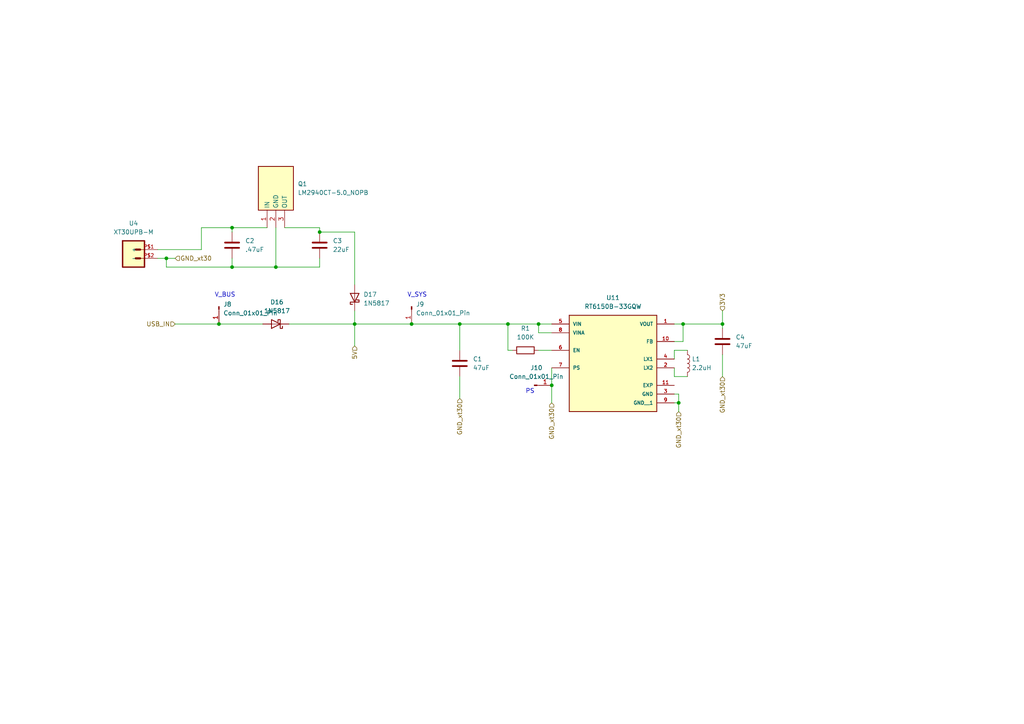
<source format=kicad_sch>
(kicad_sch (version 20230121) (generator eeschema)
  (paper "A4")
  (lib_symbols
    (symbol "Connector:Conn_01x01_Pin" (pin_names (offset 1.016) hide)
      (property "Reference" "J" (at 0 2.54 0))
      (property "Value" "Conn_01x01_Pin" (at 0 -2.54 0))
      (symbol "Conn_01x01_Pin_1_1"
        (polyline (pts (xy 1.27 0) (xy 0.8636 0)) (stroke (width 0.1524)))
        (rectangle (start 0.8636 0.127) (end 0 -0.127) (stroke (width 0.1524)) (fill (type outline)))
        (pin passive line (at 5.08 0 180) (length 3.81) (name "Pin_1") (number "1"))
      )
    )
    (symbol "Device:C" (pin_numbers hide) (pin_names (offset 0.254))
      (property "Reference" "C" (at 0.635 2.54 0))
      (property "Value" "C" (at 0.635 -2.54 0))
      (symbol "C_0_1"
        (polyline (pts (xy -2.032 -0.762) (xy 2.032 -0.762)) (stroke (width 0.508)))
        (polyline (pts (xy -2.032 0.762) (xy 2.032 0.762)) (stroke (width 0.508)))
      )
      (symbol "C_1_1"
        (pin passive line (at 0 3.81 270) (length 2.794) (name "~") (number "1"))
        (pin passive line (at 0 -3.81 90) (length 2.794) (name "~") (number "2"))
      )
    )
    (symbol "Device:L" (pin_numbers hide) (pin_names (offset 1.016) hide)
      (property "Reference" "L" (at -1.27 0 90))
      (property "Value" "L" (at 1.905 0 90))
      (symbol "L_0_1"
        (arc (start 0 -2.54) (mid 0.6323 -1.905) (end 0 -1.27))
        (arc (start 0 -1.27) (mid 0.6323 -0.635) (end 0 0))
        (arc (start 0 0) (mid 0.6323 0.635) (end 0 1.27))
        (arc (start 0 1.27) (mid 0.6323 1.905) (end 0 2.54))
      )
      (symbol "L_1_1"
        (pin passive line (at 0 3.81 270) (length 1.27) (name "1") (number "1"))
        (pin passive line (at 0 -3.81 90) (length 1.27) (name "2") (number "2"))
      )
    )
    (symbol "Device:R" (pin_numbers hide) (pin_names (offset 0))
      (property "Reference" "R" (at 2.032 0 90))
      (property "Value" "R" (at 0 0 90))
      (symbol "R_0_1"
        (rectangle (start -1.016 -2.54) (end 1.016 2.54) (stroke (width 0.254)))
      )
      (symbol "R_1_1"
        (pin passive line (at 0 3.81 270) (length 1.27) (name "~") (number "1"))
        (pin passive line (at 0 -3.81 90) (length 1.27) (name "~") (number "2"))
      )
    )
    (symbol "Diode:1N5817" (pin_numbers hide) (pin_names (offset 1.016) hide)
      (property "Reference" "D" (at 0 2.54 0))
      (property "Value" "1N5817" (at 0 -2.54 0))
      (symbol "1N5817_0_1"
        (polyline (pts (xy 1.27 0) (xy -1.27 0)))
        (polyline (pts (xy 1.27 1.27) (xy 1.27 -1.27) (xy -1.27 0) (xy 1.27 1.27)) (stroke (width 0.254)))
        (polyline (pts (xy -1.905 0.635) (xy -1.905 1.27) (xy -1.27 1.27) (xy -1.27 -1.27) (xy -0.635 -1.27) (xy -0.635 -0.635)) (stroke (width 0.254)))
      )
      (symbol "1N5817_1_1"
        (pin passive line (at -3.81 0 0) (length 2.54) (name "K") (number "1"))
        (pin passive line (at 3.81 0 180) (length 2.54) (name "A") (number "2"))
      )
    )
    (symbol "LM2940CT-5.0/NOPB:LM2940CT-5.0_NOPB"
      (property "Reference" "Q" (at 19.05 7.62 0))
      (property "Value" "LM2940CT-5.0_NOPB" (at 19.05 5.08 0))
      (symbol "LM2940CT-5.0_NOPB_1_1"
        (rectangle (start 5.08 2.54) (end 17.78 -7.62) (stroke (width 0.254)) (fill (type background)))
        (pin passive line (at 0 0 0) (length 5.08) (name "IN") (number "1"))
        (pin passive line (at 0 -2.54 0) (length 5.08) (name "GND") (number "2"))
        (pin passive line (at 0 -5.08 0) (length 5.08) (name "OUT") (number "3"))
      )
    )
    (symbol "RT6150B:RT6150B-33GQW" (pin_names (offset 1.016))
      (property "Reference" "U" (at -12.7 13.208 0))
      (property "Value" "RT6150B-33GQW" (at -12.7 -17.78 0))
      (symbol "RT6150B-33GQW_0_0"
        (rectangle (start -12.7 -15.24) (end 12.7 12.7) (stroke (width 0.254)) (fill (type background)))
        (pin output line (at 17.78 10.16 180) (length 5.08) (name "VOUT") (number "1"))
        (pin input line (at 17.78 5.08 180) (length 5.08) (name "FB") (number "10"))
        (pin power_in line (at 17.78 -7.62 180) (length 5.08) (name "EXP") (number "11"))
        (pin passive line (at 17.78 -2.54 180) (length 5.08) (name "LX2") (number "2"))
        (pin power_in line (at 17.78 -10.16 180) (length 5.08) (name "GND") (number "3"))
        (pin passive line (at 17.78 0 180) (length 5.08) (name "LX1") (number "4"))
        (pin input line (at -17.78 10.16 0) (length 5.08) (name "VIN") (number "5"))
        (pin input line (at -17.78 2.54 0) (length 5.08) (name "EN") (number "6"))
        (pin input line (at -17.78 -2.54 0) (length 5.08) (name "PS") (number "7"))
        (pin input line (at -17.78 7.62 0) (length 5.08) (name "VINA") (number "8"))
        (pin power_in line (at 17.78 -12.7 180) (length 5.08) (name "GND__1") (number "9"))
      )
    )
    (symbol "XT30:XT30UPB-M" (pin_names (offset 1.016))
      (property "Reference" "U" (at -2.54 5.588 0))
      (property "Value" "XT30UPB-M" (at -2.54 -4.826 0))
      (symbol "XT30UPB-M_0_0"
        (rectangle (start -2.54 -2.54) (end 3.81 5.08) (stroke (width 0.4064)) (fill (type background)))
        (polyline (pts (xy 1.27 0) (xy 2.54 0)) (stroke (width 0.6096)))
        (polyline (pts (xy 1.27 2.54) (xy 2.54 2.54)) (stroke (width 0.6096)))
        (pin passive line (at 7.62 2.54 180) (length 5.08) (name "+") (number "P$1"))
        (pin passive line (at 7.62 0 180) (length 5.08) (name "-") (number "P$2"))
      )
    )
  )
  (junction (at 92.71 67.31))
  (junction (at 156.21 93.98))
  (junction (at 80.01 77.47))
  (junction (at 102.87 93.98))
  (junction (at 119.38 93.98))
  (junction (at 67.31 77.47))
  (junction (at 198.12 93.98))
  (junction (at 63.5 93.98))
  (junction (at 196.85 116.84))
  (junction (at 147.32 93.98))
  (junction (at 48.26 74.93))
  (junction (at 67.31 66.04))
  (junction (at 133.35 93.98))
  (junction (at 160.02 111.76))
  (junction (at 209.55 93.98))
  (wire (pts (xy 209.55 102.87) (xy 209.55 109.22)))
  (wire (pts (xy 92.71 74.93) (xy 92.71 77.47)))
  (wire (pts (xy 160.02 106.68) (xy 160.02 111.76)))
  (wire (pts (xy 195.58 114.3) (xy 196.85 114.3)))
  (wire (pts (xy 148.59 101.6) (xy 147.32 101.6)))
  (wire (pts (xy 156.21 101.6) (xy 160.02 101.6)))
  (wire (pts (xy 48.26 77.47) (xy 48.26 74.93)))
  (wire (pts (xy 195.58 106.68) (xy 195.58 109.22)))
  (wire (pts (xy 80.01 66.04) (xy 80.01 77.47)))
  (wire (pts (xy 198.12 93.98) (xy 198.12 99.06)))
  (wire (pts (xy 196.85 116.84) (xy 196.85 119.38)))
  (wire (pts (xy 195.58 101.6) (xy 199.39 101.6)))
  (wire (pts (xy 102.87 90.17) (xy 102.87 93.98)))
  (wire (pts (xy 209.55 95.25) (xy 209.55 93.98)))
  (wire (pts (xy 92.71 67.31) (xy 102.87 67.31)))
  (wire (pts (xy 195.58 116.84) (xy 196.85 116.84)))
  (wire (pts (xy 119.38 93.98) (xy 133.35 93.98)))
  (wire (pts (xy 63.5 93.98) (xy 76.2 93.98)))
  (wire (pts (xy 196.85 114.3) (xy 196.85 116.84)))
  (wire (pts (xy 133.35 93.98) (xy 133.35 101.6)))
  (wire (pts (xy 147.32 93.98) (xy 156.21 93.98)))
  (wire (pts (xy 45.72 74.93) (xy 48.26 74.93)))
  (wire (pts (xy 58.42 66.04) (xy 67.31 66.04)))
  (wire (pts (xy 67.31 74.93) (xy 67.31 77.47)))
  (wire (pts (xy 160.02 111.76) (xy 160.02 116.84)))
  (wire (pts (xy 198.12 99.06) (xy 195.58 99.06)))
  (wire (pts (xy 102.87 93.98) (xy 102.87 100.33)))
  (wire (pts (xy 80.01 77.47) (xy 92.71 77.47)))
  (wire (pts (xy 133.35 93.98) (xy 147.32 93.98)))
  (wire (pts (xy 92.71 66.04) (xy 92.71 67.31)))
  (wire (pts (xy 160.02 96.52) (xy 156.21 96.52)))
  (wire (pts (xy 198.12 93.98) (xy 209.55 93.98)))
  (wire (pts (xy 67.31 66.04) (xy 67.31 67.31)))
  (wire (pts (xy 195.58 104.14) (xy 195.58 101.6)))
  (wire (pts (xy 48.26 74.93) (xy 50.8 74.93)))
  (wire (pts (xy 156.21 96.52) (xy 156.21 93.98)))
  (wire (pts (xy 147.32 101.6) (xy 147.32 93.98)))
  (wire (pts (xy 48.26 77.47) (xy 67.31 77.47)))
  (wire (pts (xy 67.31 77.47) (xy 80.01 77.47)))
  (wire (pts (xy 45.72 72.39) (xy 58.42 72.39)))
  (wire (pts (xy 102.87 67.31) (xy 102.87 82.55)))
  (wire (pts (xy 77.47 66.04) (xy 67.31 66.04)))
  (wire (pts (xy 209.55 90.17) (xy 209.55 93.98)))
  (wire (pts (xy 195.58 93.98) (xy 198.12 93.98)))
  (wire (pts (xy 102.87 93.98) (xy 83.82 93.98)))
  (wire (pts (xy 82.55 66.04) (xy 92.71 66.04)))
  (wire (pts (xy 50.8 93.98) (xy 63.5 93.98)))
  (wire (pts (xy 119.38 93.98) (xy 102.87 93.98)))
  (wire (pts (xy 58.42 72.39) (xy 58.42 66.04)))
  (wire (pts (xy 133.35 109.22) (xy 133.35 115.57)))
  (wire (pts (xy 156.21 93.98) (xy 160.02 93.98)))
  (wire (pts (xy 195.58 109.22) (xy 199.39 109.22)))
  (text "V_BUS" (at 62.23 86.36 0) (effects (font (size 1.27 1.27)) (justify left bottom)))
  (text "PS" (at 152.4 114.3 0) (effects (font (size 1.27 1.27)) (justify left bottom)))
  (text "V_SYS" (at 118.11 86.36 0) (effects (font (size 1.27 1.27)) (justify left bottom)))
  (hierarchical_label "GND_xt30" (shape input) (at 160.02 116.84 270))
  (hierarchical_label "USB_IN" (shape input) (at 50.8 93.98 180))
  (hierarchical_label "GND_xt30" (shape input) (at 133.35 115.57 270))
  (hierarchical_label "GND_xt30" (shape input) (at 50.8 74.93 0))
  (hierarchical_label "3V3" (shape input) (at 209.55 90.17 90))
  (hierarchical_label "5V" (shape input) (at 102.87 100.33 270))
  (hierarchical_label "GND_xt30" (shape input) (at 196.85 119.38 270))
  (hierarchical_label "GND_xt30" (shape input) (at 209.55 109.22 270))
  (symbol (lib_id "Diode:1N5817") (at 80.01 93.98 180) (unit 1)
    (property "Reference" "D16" (at 80.3275 87.63 0))
    (property "Value" "1N5817" (at 80.3275 90.17 0))
    (property "Footprint" "Diode_THT:D_DO-41_SOD81_P10.16mm_Horizontal" (effects hide))
    (property "Datasheet" "http://www.vishay.com/docs/88525/1n5817.pdf" (effects hide))
  )
  (symbol (lib_id "Connector:Conn_01x01_Pin") (at 119.38 88.9 270) (unit 1)
    (property "Reference" "J9" (at 120.65 88.265 90) (effects (justify left)))
    (property "Value" "Conn_01x01_Pin" (at 120.65 90.805 90) (effects (justify left)))
  )
  (symbol (lib_id "Device:L") (at 199.39 105.41 0) (unit 1)
    (property "Reference" "L1" (at 200.66 104.14 0) (effects (justify left)))
    (property "Value" "2.2uH" (at 200.66 106.68 0) (effects (justify left)))
  )
  (symbol (lib_id "Device:C") (at 92.71 71.12 0) (unit 1)
    (property "Reference" "C3" (at 96.52 69.85 0) (effects (justify left)))
    (property "Value" "22uF" (at 96.52 72.39 0) (effects (justify left)))
    (property "Footprint" "Capacitor_THT:CP_Radial_D5.0mm_P2.50mm" (effects hide))
    (instances (project "ROSE-PILK_v1" (path "" (reference "C3") (unit 1))) (project "power" (path "" (reference "C2") (unit 1)) (path "" (reference "C6") (unit 1))))
  )
  (symbol (lib_id "Device:C") (at 209.55 99.06 0) (unit 1)
    (property "Reference" "C4" (at 213.36 97.79 0) (effects (justify left)))
    (property "Value" "47uF" (at 213.36 100.33 0) (effects (justify left)))
  )
  (symbol (lib_id "Device:C") (at 67.31 71.12 0) (unit 1)
    (property "Reference" "C2" (at 71.12 69.85 0) (effects (justify left)))
    (property "Value" ".47uF" (at 71.12 72.39 0) (effects (justify left)))
    (property "Footprint" "Capacitor_THT:CP_Radial_D5.0mm_P2.50mm" (effects hide))
    (instances (project "ROSE-PILK_v1" (path "" (reference "C2") (unit 1))) (project "power" (path "" (reference "C1") (unit 1)) (path "" (reference "C5") (unit 1))))
  )
  (symbol (lib_id "LM2940CT-5.0/NOPB:LM2940CT-5.0_NOPB") (at 77.47 66.04 90) (unit 1)
    (property "Reference" "Q1" (at 86.36 53.34 90) (effects (justify right)))
    (property "Value" "LM2940CT-5.0_NOPB" (at 86.36 55.88 90) (effects (justify right)))
    (property "Footprint" "LM2940CT-5.0:TO254P1054X470X1955-3" (effects hide))
    (property "Datasheet" "http://www.ti.com/lit/ds/symlink/lm2940c.pdf" (effects hide))
    (property "Height" "4.7" (effects hide))
    (property "Mouser Part Number" "926-LM2940CT-5.0NOPB" (effects hide))
    (property "Mouser Price/Stock" "https://www.mouser.co.uk/ProductDetail/Texas-Instruments/LM2940CT-5.0-NOPB?qs=X1J7HmVL2ZHd4yipOGCVKg%3D%3D" (effects hide))
    (property "Manufacturer_Name" "Texas Instruments" (effects hide))
    (property "Manufacturer_Part_Number" "LM2940CT-5.0/NOPB" (effects hide))
    (instances (project "ROSE-PILK_v1" (path "" (reference "Q1") (unit 1))) (project "power" (path "" (reference "Q1") (unit 1)) (path "" (reference "Q2") (unit 1))))
  )
  (symbol (lib_id "Diode:1N5817") (at 102.87 86.36 90) (unit 1)
    (property "Reference" "D17" (at 105.41 85.4075 90) (effects (justify right)))
    (property "Value" "1N5817" (at 105.41 87.9475 90) (effects (justify right)))
    (property "Footprint" "Diode_THT:D_DO-41_SOD81_P10.16mm_Horizontal" (effects hide))
    (property "Datasheet" "http://www.vishay.com/docs/88525/1n5817.pdf" (effects hide))
  )
  (symbol (lib_id "Connector:Conn_01x01_Pin") (at 63.5 88.9 270) (unit 1)
    (property "Reference" "J8" (at 64.77 88.265 90) (effects (justify left)))
    (property "Value" "Conn_01x01_Pin" (at 64.77 90.805 90) (effects (justify left)))
  )
  (symbol (lib_id "Device:C") (at 133.35 105.41 0) (unit 1)
    (property "Reference" "C1" (at 137.16 104.14 0) (effects (justify left)))
    (property "Value" "47uF" (at 137.16 106.68 0) (effects (justify left)))
  )
  (symbol (lib_id "Device:R") (at 152.4 101.6 90) (unit 1)
    (property "Reference" "R1" (at 152.4 95.25 90))
    (property "Value" "100K" (at 152.4 97.79 90))
  )
  (symbol (lib_id "Connector:Conn_01x01_Pin") (at 154.94 111.76 0) (unit 1)
    (property "Reference" "J10" (at 155.575 106.68 0))
    (property "Value" "Conn_01x01_Pin" (at 155.575 109.22 0))
  )
  (symbol (lib_id "XT30:XT30UPB-M") (at 38.1 74.93 0) (unit 1)
    (property "Reference" "U4" (at 38.735 64.77 0))
    (property "Value" "XT30UPB-M" (at 38.735 67.31 0))
    (property "Footprint" "XT30UPB-M:XT30UPB-M" (effects hide))
    (property "MF" "amass" (effects hide))
    (property "Description" "\nSocket; DC supply; XT30; male; PIN: 2; on PCBs; THT; yellow; 15A; 500V\n" (effects hide))
    (property "Package" "None" (effects hide))
    (property "Price" "None" (effects hide))
    (property "SnapEDA_Link" "https://www.snapeda.com/parts/XT30UPB-M/AMASS/view-part/?ref=snap" (effects hide))
    (property "MP" "XT30UPB-M" (effects hide))
    (property "Availability" "Not in stock" (effects hide))
    (property "Check_prices" "https://www.snapeda.com/parts/XT30UPB-M/AMASS/view-part/?ref=eda" (effects hide))
  )
  (symbol (lib_id "RT6150B:RT6150B-33GQW") (at 177.8 104.14 0) (unit 1)
    (property "Reference" "U11" (at 177.8 86.36 0))
    (property "Value" "RT6150B-33GQW" (at 177.8 88.9 0))
    (property "Footprint" "RT6150B-33GQW:SON50P250X250X80-11N" (effects hide))
    (property "PARTREV" "July 2018" (effects hide))
    (property "STANDARD" "Manufacturer Recommendations" (effects hide))
    (property "SNAPEDA_PACKAGE_ID" "19032" (effects hide))
    (property "MAXIMUM_PACKAGE_HEIGHT" "0.8 mm" (effects hide))
    (property "MANUFACTURER" "Richtek USA Inc." (effects hide))
  )
)
</source>
